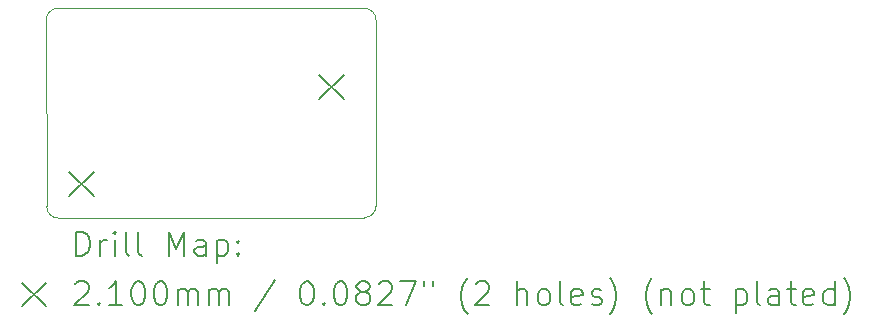
<source format=gbr>
%TF.GenerationSoftware,KiCad,Pcbnew,7.0.8*%
%TF.CreationDate,2024-10-08T21:20:55-04:00*%
%TF.ProjectId,SPIBreakout,53504942-7265-4616-9b6f-75742e6b6963,rev?*%
%TF.SameCoordinates,Original*%
%TF.FileFunction,Drillmap*%
%TF.FilePolarity,Positive*%
%FSLAX45Y45*%
G04 Gerber Fmt 4.5, Leading zero omitted, Abs format (unit mm)*
G04 Created by KiCad (PCBNEW 7.0.8) date 2024-10-08 21:20:55*
%MOMM*%
%LPD*%
G01*
G04 APERTURE LIST*
%ADD10C,0.100000*%
%ADD11C,0.200000*%
%ADD12C,0.210000*%
G04 APERTURE END LIST*
D10*
X13212155Y-7065160D02*
G75*
G03*
X13312000Y-6965155I-155J100000D01*
G01*
X10522782Y-6969404D02*
G75*
G03*
X10622596Y-7069179I99999J224D01*
G01*
X13212155Y-7065155D02*
X10622596Y-7069179D01*
X13212000Y-5292000D02*
X10619225Y-5292000D01*
X10619225Y-5292005D02*
G75*
G03*
X10519226Y-5392225I-5J-99995D01*
G01*
X13312000Y-6965155D02*
X13312000Y-5392000D01*
X10522776Y-6969404D02*
X10519226Y-5392225D01*
X13312000Y-5392000D02*
G75*
G03*
X13212000Y-5292000I-100000J0D01*
G01*
D11*
D12*
X10715000Y-6676000D02*
X10925000Y-6886000D01*
X10925000Y-6676000D02*
X10715000Y-6886000D01*
X12833000Y-5854000D02*
X13043000Y-6064000D01*
X13043000Y-5854000D02*
X12833000Y-6064000D01*
D11*
X10775002Y-7385662D02*
X10775002Y-7185662D01*
X10775002Y-7185662D02*
X10822621Y-7185662D01*
X10822621Y-7185662D02*
X10851193Y-7195186D01*
X10851193Y-7195186D02*
X10870240Y-7214234D01*
X10870240Y-7214234D02*
X10879764Y-7233281D01*
X10879764Y-7233281D02*
X10889288Y-7271377D01*
X10889288Y-7271377D02*
X10889288Y-7299948D01*
X10889288Y-7299948D02*
X10879764Y-7338043D01*
X10879764Y-7338043D02*
X10870240Y-7357091D01*
X10870240Y-7357091D02*
X10851193Y-7376139D01*
X10851193Y-7376139D02*
X10822621Y-7385662D01*
X10822621Y-7385662D02*
X10775002Y-7385662D01*
X10975002Y-7385662D02*
X10975002Y-7252329D01*
X10975002Y-7290424D02*
X10984526Y-7271377D01*
X10984526Y-7271377D02*
X10994050Y-7261853D01*
X10994050Y-7261853D02*
X11013097Y-7252329D01*
X11013097Y-7252329D02*
X11032145Y-7252329D01*
X11098812Y-7385662D02*
X11098812Y-7252329D01*
X11098812Y-7185662D02*
X11089288Y-7195186D01*
X11089288Y-7195186D02*
X11098812Y-7204710D01*
X11098812Y-7204710D02*
X11108335Y-7195186D01*
X11108335Y-7195186D02*
X11098812Y-7185662D01*
X11098812Y-7185662D02*
X11098812Y-7204710D01*
X11222621Y-7385662D02*
X11203573Y-7376139D01*
X11203573Y-7376139D02*
X11194050Y-7357091D01*
X11194050Y-7357091D02*
X11194050Y-7185662D01*
X11327383Y-7385662D02*
X11308335Y-7376139D01*
X11308335Y-7376139D02*
X11298812Y-7357091D01*
X11298812Y-7357091D02*
X11298812Y-7185662D01*
X11555954Y-7385662D02*
X11555954Y-7185662D01*
X11555954Y-7185662D02*
X11622621Y-7328520D01*
X11622621Y-7328520D02*
X11689288Y-7185662D01*
X11689288Y-7185662D02*
X11689288Y-7385662D01*
X11870240Y-7385662D02*
X11870240Y-7280901D01*
X11870240Y-7280901D02*
X11860716Y-7261853D01*
X11860716Y-7261853D02*
X11841669Y-7252329D01*
X11841669Y-7252329D02*
X11803573Y-7252329D01*
X11803573Y-7252329D02*
X11784526Y-7261853D01*
X11870240Y-7376139D02*
X11851193Y-7385662D01*
X11851193Y-7385662D02*
X11803573Y-7385662D01*
X11803573Y-7385662D02*
X11784526Y-7376139D01*
X11784526Y-7376139D02*
X11775002Y-7357091D01*
X11775002Y-7357091D02*
X11775002Y-7338043D01*
X11775002Y-7338043D02*
X11784526Y-7318996D01*
X11784526Y-7318996D02*
X11803573Y-7309472D01*
X11803573Y-7309472D02*
X11851193Y-7309472D01*
X11851193Y-7309472D02*
X11870240Y-7299948D01*
X11965478Y-7252329D02*
X11965478Y-7452329D01*
X11965478Y-7261853D02*
X11984526Y-7252329D01*
X11984526Y-7252329D02*
X12022621Y-7252329D01*
X12022621Y-7252329D02*
X12041669Y-7261853D01*
X12041669Y-7261853D02*
X12051193Y-7271377D01*
X12051193Y-7271377D02*
X12060716Y-7290424D01*
X12060716Y-7290424D02*
X12060716Y-7347567D01*
X12060716Y-7347567D02*
X12051193Y-7366615D01*
X12051193Y-7366615D02*
X12041669Y-7376139D01*
X12041669Y-7376139D02*
X12022621Y-7385662D01*
X12022621Y-7385662D02*
X11984526Y-7385662D01*
X11984526Y-7385662D02*
X11965478Y-7376139D01*
X12146431Y-7366615D02*
X12155954Y-7376139D01*
X12155954Y-7376139D02*
X12146431Y-7385662D01*
X12146431Y-7385662D02*
X12136907Y-7376139D01*
X12136907Y-7376139D02*
X12146431Y-7366615D01*
X12146431Y-7366615D02*
X12146431Y-7385662D01*
X12146431Y-7261853D02*
X12155954Y-7271377D01*
X12155954Y-7271377D02*
X12146431Y-7280901D01*
X12146431Y-7280901D02*
X12136907Y-7271377D01*
X12136907Y-7271377D02*
X12146431Y-7261853D01*
X12146431Y-7261853D02*
X12146431Y-7280901D01*
X10314225Y-7614179D02*
X10514225Y-7814179D01*
X10514225Y-7614179D02*
X10314225Y-7814179D01*
X10765478Y-7624710D02*
X10775002Y-7615186D01*
X10775002Y-7615186D02*
X10794050Y-7605662D01*
X10794050Y-7605662D02*
X10841669Y-7605662D01*
X10841669Y-7605662D02*
X10860716Y-7615186D01*
X10860716Y-7615186D02*
X10870240Y-7624710D01*
X10870240Y-7624710D02*
X10879764Y-7643758D01*
X10879764Y-7643758D02*
X10879764Y-7662805D01*
X10879764Y-7662805D02*
X10870240Y-7691377D01*
X10870240Y-7691377D02*
X10755955Y-7805662D01*
X10755955Y-7805662D02*
X10879764Y-7805662D01*
X10965478Y-7786615D02*
X10975002Y-7796139D01*
X10975002Y-7796139D02*
X10965478Y-7805662D01*
X10965478Y-7805662D02*
X10955955Y-7796139D01*
X10955955Y-7796139D02*
X10965478Y-7786615D01*
X10965478Y-7786615D02*
X10965478Y-7805662D01*
X11165478Y-7805662D02*
X11051193Y-7805662D01*
X11108335Y-7805662D02*
X11108335Y-7605662D01*
X11108335Y-7605662D02*
X11089288Y-7634234D01*
X11089288Y-7634234D02*
X11070240Y-7653281D01*
X11070240Y-7653281D02*
X11051193Y-7662805D01*
X11289288Y-7605662D02*
X11308335Y-7605662D01*
X11308335Y-7605662D02*
X11327383Y-7615186D01*
X11327383Y-7615186D02*
X11336907Y-7624710D01*
X11336907Y-7624710D02*
X11346431Y-7643758D01*
X11346431Y-7643758D02*
X11355954Y-7681853D01*
X11355954Y-7681853D02*
X11355954Y-7729472D01*
X11355954Y-7729472D02*
X11346431Y-7767567D01*
X11346431Y-7767567D02*
X11336907Y-7786615D01*
X11336907Y-7786615D02*
X11327383Y-7796139D01*
X11327383Y-7796139D02*
X11308335Y-7805662D01*
X11308335Y-7805662D02*
X11289288Y-7805662D01*
X11289288Y-7805662D02*
X11270240Y-7796139D01*
X11270240Y-7796139D02*
X11260716Y-7786615D01*
X11260716Y-7786615D02*
X11251193Y-7767567D01*
X11251193Y-7767567D02*
X11241669Y-7729472D01*
X11241669Y-7729472D02*
X11241669Y-7681853D01*
X11241669Y-7681853D02*
X11251193Y-7643758D01*
X11251193Y-7643758D02*
X11260716Y-7624710D01*
X11260716Y-7624710D02*
X11270240Y-7615186D01*
X11270240Y-7615186D02*
X11289288Y-7605662D01*
X11479764Y-7605662D02*
X11498812Y-7605662D01*
X11498812Y-7605662D02*
X11517859Y-7615186D01*
X11517859Y-7615186D02*
X11527383Y-7624710D01*
X11527383Y-7624710D02*
X11536907Y-7643758D01*
X11536907Y-7643758D02*
X11546431Y-7681853D01*
X11546431Y-7681853D02*
X11546431Y-7729472D01*
X11546431Y-7729472D02*
X11536907Y-7767567D01*
X11536907Y-7767567D02*
X11527383Y-7786615D01*
X11527383Y-7786615D02*
X11517859Y-7796139D01*
X11517859Y-7796139D02*
X11498812Y-7805662D01*
X11498812Y-7805662D02*
X11479764Y-7805662D01*
X11479764Y-7805662D02*
X11460716Y-7796139D01*
X11460716Y-7796139D02*
X11451193Y-7786615D01*
X11451193Y-7786615D02*
X11441669Y-7767567D01*
X11441669Y-7767567D02*
X11432145Y-7729472D01*
X11432145Y-7729472D02*
X11432145Y-7681853D01*
X11432145Y-7681853D02*
X11441669Y-7643758D01*
X11441669Y-7643758D02*
X11451193Y-7624710D01*
X11451193Y-7624710D02*
X11460716Y-7615186D01*
X11460716Y-7615186D02*
X11479764Y-7605662D01*
X11632145Y-7805662D02*
X11632145Y-7672329D01*
X11632145Y-7691377D02*
X11641669Y-7681853D01*
X11641669Y-7681853D02*
X11660716Y-7672329D01*
X11660716Y-7672329D02*
X11689288Y-7672329D01*
X11689288Y-7672329D02*
X11708335Y-7681853D01*
X11708335Y-7681853D02*
X11717859Y-7700901D01*
X11717859Y-7700901D02*
X11717859Y-7805662D01*
X11717859Y-7700901D02*
X11727383Y-7681853D01*
X11727383Y-7681853D02*
X11746431Y-7672329D01*
X11746431Y-7672329D02*
X11775002Y-7672329D01*
X11775002Y-7672329D02*
X11794050Y-7681853D01*
X11794050Y-7681853D02*
X11803574Y-7700901D01*
X11803574Y-7700901D02*
X11803574Y-7805662D01*
X11898812Y-7805662D02*
X11898812Y-7672329D01*
X11898812Y-7691377D02*
X11908335Y-7681853D01*
X11908335Y-7681853D02*
X11927383Y-7672329D01*
X11927383Y-7672329D02*
X11955955Y-7672329D01*
X11955955Y-7672329D02*
X11975002Y-7681853D01*
X11975002Y-7681853D02*
X11984526Y-7700901D01*
X11984526Y-7700901D02*
X11984526Y-7805662D01*
X11984526Y-7700901D02*
X11994050Y-7681853D01*
X11994050Y-7681853D02*
X12013097Y-7672329D01*
X12013097Y-7672329D02*
X12041669Y-7672329D01*
X12041669Y-7672329D02*
X12060716Y-7681853D01*
X12060716Y-7681853D02*
X12070240Y-7700901D01*
X12070240Y-7700901D02*
X12070240Y-7805662D01*
X12460716Y-7596139D02*
X12289288Y-7853281D01*
X12717859Y-7605662D02*
X12736907Y-7605662D01*
X12736907Y-7605662D02*
X12755955Y-7615186D01*
X12755955Y-7615186D02*
X12765478Y-7624710D01*
X12765478Y-7624710D02*
X12775002Y-7643758D01*
X12775002Y-7643758D02*
X12784526Y-7681853D01*
X12784526Y-7681853D02*
X12784526Y-7729472D01*
X12784526Y-7729472D02*
X12775002Y-7767567D01*
X12775002Y-7767567D02*
X12765478Y-7786615D01*
X12765478Y-7786615D02*
X12755955Y-7796139D01*
X12755955Y-7796139D02*
X12736907Y-7805662D01*
X12736907Y-7805662D02*
X12717859Y-7805662D01*
X12717859Y-7805662D02*
X12698812Y-7796139D01*
X12698812Y-7796139D02*
X12689288Y-7786615D01*
X12689288Y-7786615D02*
X12679764Y-7767567D01*
X12679764Y-7767567D02*
X12670240Y-7729472D01*
X12670240Y-7729472D02*
X12670240Y-7681853D01*
X12670240Y-7681853D02*
X12679764Y-7643758D01*
X12679764Y-7643758D02*
X12689288Y-7624710D01*
X12689288Y-7624710D02*
X12698812Y-7615186D01*
X12698812Y-7615186D02*
X12717859Y-7605662D01*
X12870240Y-7786615D02*
X12879764Y-7796139D01*
X12879764Y-7796139D02*
X12870240Y-7805662D01*
X12870240Y-7805662D02*
X12860717Y-7796139D01*
X12860717Y-7796139D02*
X12870240Y-7786615D01*
X12870240Y-7786615D02*
X12870240Y-7805662D01*
X13003574Y-7605662D02*
X13022621Y-7605662D01*
X13022621Y-7605662D02*
X13041669Y-7615186D01*
X13041669Y-7615186D02*
X13051193Y-7624710D01*
X13051193Y-7624710D02*
X13060717Y-7643758D01*
X13060717Y-7643758D02*
X13070240Y-7681853D01*
X13070240Y-7681853D02*
X13070240Y-7729472D01*
X13070240Y-7729472D02*
X13060717Y-7767567D01*
X13060717Y-7767567D02*
X13051193Y-7786615D01*
X13051193Y-7786615D02*
X13041669Y-7796139D01*
X13041669Y-7796139D02*
X13022621Y-7805662D01*
X13022621Y-7805662D02*
X13003574Y-7805662D01*
X13003574Y-7805662D02*
X12984526Y-7796139D01*
X12984526Y-7796139D02*
X12975002Y-7786615D01*
X12975002Y-7786615D02*
X12965478Y-7767567D01*
X12965478Y-7767567D02*
X12955955Y-7729472D01*
X12955955Y-7729472D02*
X12955955Y-7681853D01*
X12955955Y-7681853D02*
X12965478Y-7643758D01*
X12965478Y-7643758D02*
X12975002Y-7624710D01*
X12975002Y-7624710D02*
X12984526Y-7615186D01*
X12984526Y-7615186D02*
X13003574Y-7605662D01*
X13184526Y-7691377D02*
X13165478Y-7681853D01*
X13165478Y-7681853D02*
X13155955Y-7672329D01*
X13155955Y-7672329D02*
X13146431Y-7653281D01*
X13146431Y-7653281D02*
X13146431Y-7643758D01*
X13146431Y-7643758D02*
X13155955Y-7624710D01*
X13155955Y-7624710D02*
X13165478Y-7615186D01*
X13165478Y-7615186D02*
X13184526Y-7605662D01*
X13184526Y-7605662D02*
X13222621Y-7605662D01*
X13222621Y-7605662D02*
X13241669Y-7615186D01*
X13241669Y-7615186D02*
X13251193Y-7624710D01*
X13251193Y-7624710D02*
X13260717Y-7643758D01*
X13260717Y-7643758D02*
X13260717Y-7653281D01*
X13260717Y-7653281D02*
X13251193Y-7672329D01*
X13251193Y-7672329D02*
X13241669Y-7681853D01*
X13241669Y-7681853D02*
X13222621Y-7691377D01*
X13222621Y-7691377D02*
X13184526Y-7691377D01*
X13184526Y-7691377D02*
X13165478Y-7700901D01*
X13165478Y-7700901D02*
X13155955Y-7710424D01*
X13155955Y-7710424D02*
X13146431Y-7729472D01*
X13146431Y-7729472D02*
X13146431Y-7767567D01*
X13146431Y-7767567D02*
X13155955Y-7786615D01*
X13155955Y-7786615D02*
X13165478Y-7796139D01*
X13165478Y-7796139D02*
X13184526Y-7805662D01*
X13184526Y-7805662D02*
X13222621Y-7805662D01*
X13222621Y-7805662D02*
X13241669Y-7796139D01*
X13241669Y-7796139D02*
X13251193Y-7786615D01*
X13251193Y-7786615D02*
X13260717Y-7767567D01*
X13260717Y-7767567D02*
X13260717Y-7729472D01*
X13260717Y-7729472D02*
X13251193Y-7710424D01*
X13251193Y-7710424D02*
X13241669Y-7700901D01*
X13241669Y-7700901D02*
X13222621Y-7691377D01*
X13336907Y-7624710D02*
X13346431Y-7615186D01*
X13346431Y-7615186D02*
X13365478Y-7605662D01*
X13365478Y-7605662D02*
X13413098Y-7605662D01*
X13413098Y-7605662D02*
X13432145Y-7615186D01*
X13432145Y-7615186D02*
X13441669Y-7624710D01*
X13441669Y-7624710D02*
X13451193Y-7643758D01*
X13451193Y-7643758D02*
X13451193Y-7662805D01*
X13451193Y-7662805D02*
X13441669Y-7691377D01*
X13441669Y-7691377D02*
X13327383Y-7805662D01*
X13327383Y-7805662D02*
X13451193Y-7805662D01*
X13517859Y-7605662D02*
X13651193Y-7605662D01*
X13651193Y-7605662D02*
X13565478Y-7805662D01*
X13717859Y-7605662D02*
X13717859Y-7643758D01*
X13794050Y-7605662D02*
X13794050Y-7643758D01*
X14089288Y-7881853D02*
X14079764Y-7872329D01*
X14079764Y-7872329D02*
X14060717Y-7843758D01*
X14060717Y-7843758D02*
X14051193Y-7824710D01*
X14051193Y-7824710D02*
X14041669Y-7796139D01*
X14041669Y-7796139D02*
X14032145Y-7748520D01*
X14032145Y-7748520D02*
X14032145Y-7710424D01*
X14032145Y-7710424D02*
X14041669Y-7662805D01*
X14041669Y-7662805D02*
X14051193Y-7634234D01*
X14051193Y-7634234D02*
X14060717Y-7615186D01*
X14060717Y-7615186D02*
X14079764Y-7586615D01*
X14079764Y-7586615D02*
X14089288Y-7577091D01*
X14155955Y-7624710D02*
X14165479Y-7615186D01*
X14165479Y-7615186D02*
X14184526Y-7605662D01*
X14184526Y-7605662D02*
X14232145Y-7605662D01*
X14232145Y-7605662D02*
X14251193Y-7615186D01*
X14251193Y-7615186D02*
X14260717Y-7624710D01*
X14260717Y-7624710D02*
X14270240Y-7643758D01*
X14270240Y-7643758D02*
X14270240Y-7662805D01*
X14270240Y-7662805D02*
X14260717Y-7691377D01*
X14260717Y-7691377D02*
X14146431Y-7805662D01*
X14146431Y-7805662D02*
X14270240Y-7805662D01*
X14508336Y-7805662D02*
X14508336Y-7605662D01*
X14594050Y-7805662D02*
X14594050Y-7700901D01*
X14594050Y-7700901D02*
X14584526Y-7681853D01*
X14584526Y-7681853D02*
X14565479Y-7672329D01*
X14565479Y-7672329D02*
X14536907Y-7672329D01*
X14536907Y-7672329D02*
X14517860Y-7681853D01*
X14517860Y-7681853D02*
X14508336Y-7691377D01*
X14717860Y-7805662D02*
X14698812Y-7796139D01*
X14698812Y-7796139D02*
X14689288Y-7786615D01*
X14689288Y-7786615D02*
X14679764Y-7767567D01*
X14679764Y-7767567D02*
X14679764Y-7710424D01*
X14679764Y-7710424D02*
X14689288Y-7691377D01*
X14689288Y-7691377D02*
X14698812Y-7681853D01*
X14698812Y-7681853D02*
X14717860Y-7672329D01*
X14717860Y-7672329D02*
X14746431Y-7672329D01*
X14746431Y-7672329D02*
X14765479Y-7681853D01*
X14765479Y-7681853D02*
X14775002Y-7691377D01*
X14775002Y-7691377D02*
X14784526Y-7710424D01*
X14784526Y-7710424D02*
X14784526Y-7767567D01*
X14784526Y-7767567D02*
X14775002Y-7786615D01*
X14775002Y-7786615D02*
X14765479Y-7796139D01*
X14765479Y-7796139D02*
X14746431Y-7805662D01*
X14746431Y-7805662D02*
X14717860Y-7805662D01*
X14898812Y-7805662D02*
X14879764Y-7796139D01*
X14879764Y-7796139D02*
X14870241Y-7777091D01*
X14870241Y-7777091D02*
X14870241Y-7605662D01*
X15051193Y-7796139D02*
X15032145Y-7805662D01*
X15032145Y-7805662D02*
X14994050Y-7805662D01*
X14994050Y-7805662D02*
X14975002Y-7796139D01*
X14975002Y-7796139D02*
X14965479Y-7777091D01*
X14965479Y-7777091D02*
X14965479Y-7700901D01*
X14965479Y-7700901D02*
X14975002Y-7681853D01*
X14975002Y-7681853D02*
X14994050Y-7672329D01*
X14994050Y-7672329D02*
X15032145Y-7672329D01*
X15032145Y-7672329D02*
X15051193Y-7681853D01*
X15051193Y-7681853D02*
X15060717Y-7700901D01*
X15060717Y-7700901D02*
X15060717Y-7719948D01*
X15060717Y-7719948D02*
X14965479Y-7738996D01*
X15136907Y-7796139D02*
X15155955Y-7805662D01*
X15155955Y-7805662D02*
X15194050Y-7805662D01*
X15194050Y-7805662D02*
X15213098Y-7796139D01*
X15213098Y-7796139D02*
X15222622Y-7777091D01*
X15222622Y-7777091D02*
X15222622Y-7767567D01*
X15222622Y-7767567D02*
X15213098Y-7748520D01*
X15213098Y-7748520D02*
X15194050Y-7738996D01*
X15194050Y-7738996D02*
X15165479Y-7738996D01*
X15165479Y-7738996D02*
X15146431Y-7729472D01*
X15146431Y-7729472D02*
X15136907Y-7710424D01*
X15136907Y-7710424D02*
X15136907Y-7700901D01*
X15136907Y-7700901D02*
X15146431Y-7681853D01*
X15146431Y-7681853D02*
X15165479Y-7672329D01*
X15165479Y-7672329D02*
X15194050Y-7672329D01*
X15194050Y-7672329D02*
X15213098Y-7681853D01*
X15289288Y-7881853D02*
X15298812Y-7872329D01*
X15298812Y-7872329D02*
X15317860Y-7843758D01*
X15317860Y-7843758D02*
X15327383Y-7824710D01*
X15327383Y-7824710D02*
X15336907Y-7796139D01*
X15336907Y-7796139D02*
X15346431Y-7748520D01*
X15346431Y-7748520D02*
X15346431Y-7710424D01*
X15346431Y-7710424D02*
X15336907Y-7662805D01*
X15336907Y-7662805D02*
X15327383Y-7634234D01*
X15327383Y-7634234D02*
X15317860Y-7615186D01*
X15317860Y-7615186D02*
X15298812Y-7586615D01*
X15298812Y-7586615D02*
X15289288Y-7577091D01*
X15651193Y-7881853D02*
X15641669Y-7872329D01*
X15641669Y-7872329D02*
X15622622Y-7843758D01*
X15622622Y-7843758D02*
X15613098Y-7824710D01*
X15613098Y-7824710D02*
X15603574Y-7796139D01*
X15603574Y-7796139D02*
X15594050Y-7748520D01*
X15594050Y-7748520D02*
X15594050Y-7710424D01*
X15594050Y-7710424D02*
X15603574Y-7662805D01*
X15603574Y-7662805D02*
X15613098Y-7634234D01*
X15613098Y-7634234D02*
X15622622Y-7615186D01*
X15622622Y-7615186D02*
X15641669Y-7586615D01*
X15641669Y-7586615D02*
X15651193Y-7577091D01*
X15727383Y-7672329D02*
X15727383Y-7805662D01*
X15727383Y-7691377D02*
X15736907Y-7681853D01*
X15736907Y-7681853D02*
X15755955Y-7672329D01*
X15755955Y-7672329D02*
X15784526Y-7672329D01*
X15784526Y-7672329D02*
X15803574Y-7681853D01*
X15803574Y-7681853D02*
X15813098Y-7700901D01*
X15813098Y-7700901D02*
X15813098Y-7805662D01*
X15936907Y-7805662D02*
X15917860Y-7796139D01*
X15917860Y-7796139D02*
X15908336Y-7786615D01*
X15908336Y-7786615D02*
X15898812Y-7767567D01*
X15898812Y-7767567D02*
X15898812Y-7710424D01*
X15898812Y-7710424D02*
X15908336Y-7691377D01*
X15908336Y-7691377D02*
X15917860Y-7681853D01*
X15917860Y-7681853D02*
X15936907Y-7672329D01*
X15936907Y-7672329D02*
X15965479Y-7672329D01*
X15965479Y-7672329D02*
X15984526Y-7681853D01*
X15984526Y-7681853D02*
X15994050Y-7691377D01*
X15994050Y-7691377D02*
X16003574Y-7710424D01*
X16003574Y-7710424D02*
X16003574Y-7767567D01*
X16003574Y-7767567D02*
X15994050Y-7786615D01*
X15994050Y-7786615D02*
X15984526Y-7796139D01*
X15984526Y-7796139D02*
X15965479Y-7805662D01*
X15965479Y-7805662D02*
X15936907Y-7805662D01*
X16060717Y-7672329D02*
X16136907Y-7672329D01*
X16089288Y-7605662D02*
X16089288Y-7777091D01*
X16089288Y-7777091D02*
X16098812Y-7796139D01*
X16098812Y-7796139D02*
X16117860Y-7805662D01*
X16117860Y-7805662D02*
X16136907Y-7805662D01*
X16355955Y-7672329D02*
X16355955Y-7872329D01*
X16355955Y-7681853D02*
X16375003Y-7672329D01*
X16375003Y-7672329D02*
X16413098Y-7672329D01*
X16413098Y-7672329D02*
X16432145Y-7681853D01*
X16432145Y-7681853D02*
X16441669Y-7691377D01*
X16441669Y-7691377D02*
X16451193Y-7710424D01*
X16451193Y-7710424D02*
X16451193Y-7767567D01*
X16451193Y-7767567D02*
X16441669Y-7786615D01*
X16441669Y-7786615D02*
X16432145Y-7796139D01*
X16432145Y-7796139D02*
X16413098Y-7805662D01*
X16413098Y-7805662D02*
X16375003Y-7805662D01*
X16375003Y-7805662D02*
X16355955Y-7796139D01*
X16565479Y-7805662D02*
X16546431Y-7796139D01*
X16546431Y-7796139D02*
X16536907Y-7777091D01*
X16536907Y-7777091D02*
X16536907Y-7605662D01*
X16727384Y-7805662D02*
X16727384Y-7700901D01*
X16727384Y-7700901D02*
X16717860Y-7681853D01*
X16717860Y-7681853D02*
X16698812Y-7672329D01*
X16698812Y-7672329D02*
X16660717Y-7672329D01*
X16660717Y-7672329D02*
X16641669Y-7681853D01*
X16727384Y-7796139D02*
X16708336Y-7805662D01*
X16708336Y-7805662D02*
X16660717Y-7805662D01*
X16660717Y-7805662D02*
X16641669Y-7796139D01*
X16641669Y-7796139D02*
X16632145Y-7777091D01*
X16632145Y-7777091D02*
X16632145Y-7758043D01*
X16632145Y-7758043D02*
X16641669Y-7738996D01*
X16641669Y-7738996D02*
X16660717Y-7729472D01*
X16660717Y-7729472D02*
X16708336Y-7729472D01*
X16708336Y-7729472D02*
X16727384Y-7719948D01*
X16794050Y-7672329D02*
X16870241Y-7672329D01*
X16822622Y-7605662D02*
X16822622Y-7777091D01*
X16822622Y-7777091D02*
X16832146Y-7796139D01*
X16832146Y-7796139D02*
X16851193Y-7805662D01*
X16851193Y-7805662D02*
X16870241Y-7805662D01*
X17013098Y-7796139D02*
X16994050Y-7805662D01*
X16994050Y-7805662D02*
X16955955Y-7805662D01*
X16955955Y-7805662D02*
X16936907Y-7796139D01*
X16936907Y-7796139D02*
X16927384Y-7777091D01*
X16927384Y-7777091D02*
X16927384Y-7700901D01*
X16927384Y-7700901D02*
X16936907Y-7681853D01*
X16936907Y-7681853D02*
X16955955Y-7672329D01*
X16955955Y-7672329D02*
X16994050Y-7672329D01*
X16994050Y-7672329D02*
X17013098Y-7681853D01*
X17013098Y-7681853D02*
X17022622Y-7700901D01*
X17022622Y-7700901D02*
X17022622Y-7719948D01*
X17022622Y-7719948D02*
X16927384Y-7738996D01*
X17194050Y-7805662D02*
X17194050Y-7605662D01*
X17194050Y-7796139D02*
X17175003Y-7805662D01*
X17175003Y-7805662D02*
X17136907Y-7805662D01*
X17136907Y-7805662D02*
X17117860Y-7796139D01*
X17117860Y-7796139D02*
X17108336Y-7786615D01*
X17108336Y-7786615D02*
X17098812Y-7767567D01*
X17098812Y-7767567D02*
X17098812Y-7710424D01*
X17098812Y-7710424D02*
X17108336Y-7691377D01*
X17108336Y-7691377D02*
X17117860Y-7681853D01*
X17117860Y-7681853D02*
X17136907Y-7672329D01*
X17136907Y-7672329D02*
X17175003Y-7672329D01*
X17175003Y-7672329D02*
X17194050Y-7681853D01*
X17270241Y-7881853D02*
X17279765Y-7872329D01*
X17279765Y-7872329D02*
X17298812Y-7843758D01*
X17298812Y-7843758D02*
X17308336Y-7824710D01*
X17308336Y-7824710D02*
X17317860Y-7796139D01*
X17317860Y-7796139D02*
X17327384Y-7748520D01*
X17327384Y-7748520D02*
X17327384Y-7710424D01*
X17327384Y-7710424D02*
X17317860Y-7662805D01*
X17317860Y-7662805D02*
X17308336Y-7634234D01*
X17308336Y-7634234D02*
X17298812Y-7615186D01*
X17298812Y-7615186D02*
X17279765Y-7586615D01*
X17279765Y-7586615D02*
X17270241Y-7577091D01*
M02*

</source>
